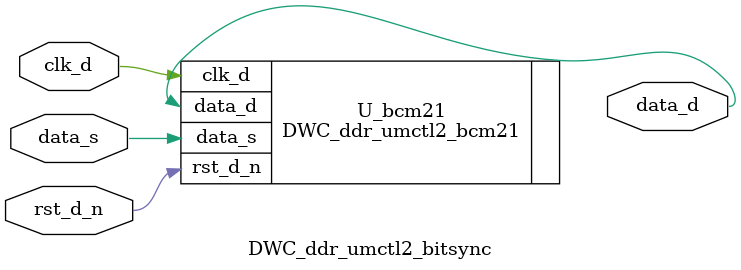
<source format=sv>

`include "DWC_ddr_umctl2_all_includes.svh"
module DWC_ddr_umctl2_bitsync
  #(parameter BCM_SYNC_TYPE = 2,
    parameter BCM_VERIF_EN  = 0)
   (input          clk_d,
    input          rst_d_n,
    input          data_s,
    output         data_d);

   localparam WIDTH=1'b1;


      
         DWC_ddr_umctl2_bcm21
         
           #(.WIDTH       (WIDTH),
             .F_SYNC_TYPE (BCM_SYNC_TYPE),
             .VERIF_EN    (BCM_VERIF_EN))
         U_bcm21
           (.clk_d    (clk_d),
            .rst_d_n  (rst_d_n),
            .data_s   (data_s),
            .data_d   (data_d)
            );
            
   
endmodule

</source>
